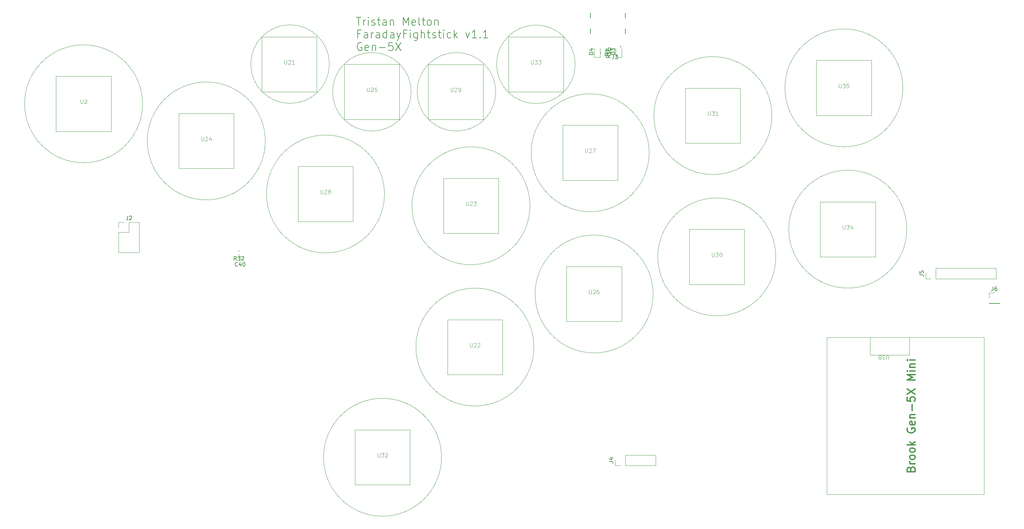
<source format=gbr>
%TF.GenerationSoftware,KiCad,Pcbnew,8.0.8*%
%TF.CreationDate,2025-04-29T22:55:39-07:00*%
%TF.ProjectId,MainBoard_BrooksGen5XMini,4d61696e-426f-4617-9264-5f42726f6f6b,rev?*%
%TF.SameCoordinates,Original*%
%TF.FileFunction,Legend,Top*%
%TF.FilePolarity,Positive*%
%FSLAX46Y46*%
G04 Gerber Fmt 4.6, Leading zero omitted, Abs format (unit mm)*
G04 Created by KiCad (PCBNEW 8.0.8) date 2025-04-29 22:55:39*
%MOMM*%
%LPD*%
G01*
G04 APERTURE LIST*
%ADD10C,0.100000*%
%ADD11C,0.200000*%
%ADD12C,0.300000*%
%ADD13C,0.150000*%
%ADD14C,0.120000*%
G04 APERTURE END LIST*
D10*
X166700000Y-30000000D02*
G75*
G02*
X146700000Y-30000000I-10000000J0D01*
G01*
X146700000Y-30000000D02*
G75*
G02*
X166700000Y-30000000I10000000J0D01*
G01*
X132700000Y-130000000D02*
G75*
G02*
X102700000Y-130000000I-15000000J0D01*
G01*
X102700000Y-130000000D02*
G75*
G02*
X132700000Y-130000000I15000000J0D01*
G01*
X216700000Y-43050002D02*
G75*
G02*
X186700000Y-43050002I-15000000J0D01*
G01*
X186700000Y-43050002D02*
G75*
G02*
X216700000Y-43050002I15000000J0D01*
G01*
X56700000Y-40050002D02*
G75*
G02*
X26700000Y-40050002I-15000000J0D01*
G01*
X26700000Y-40050002D02*
G75*
G02*
X56700000Y-40050002I15000000J0D01*
G01*
X125000000Y-37000000D02*
G75*
G02*
X105000000Y-37000000I-10000000J0D01*
G01*
X105000000Y-37000000D02*
G75*
G02*
X125000000Y-37000000I10000000J0D01*
G01*
X118200000Y-63000000D02*
G75*
G02*
X88200000Y-63000000I-15000000J0D01*
G01*
X88200000Y-63000000D02*
G75*
G02*
X118200000Y-63000000I15000000J0D01*
G01*
X217700000Y-79000000D02*
G75*
G02*
X187700000Y-79000000I-15000000J0D01*
G01*
X187700000Y-79000000D02*
G75*
G02*
X217700000Y-79000000I15000000J0D01*
G01*
X156200000Y-101949998D02*
G75*
G02*
X126200000Y-101949998I-15000000J0D01*
G01*
X126200000Y-101949998D02*
G75*
G02*
X156200000Y-101949998I15000000J0D01*
G01*
X186500000Y-88450001D02*
G75*
G02*
X156500000Y-88450001I-15000000J0D01*
G01*
X156500000Y-88450001D02*
G75*
G02*
X186500000Y-88450001I15000000J0D01*
G01*
X185500000Y-52500003D02*
G75*
G02*
X155500000Y-52500003I-15000000J0D01*
G01*
X155500000Y-52500003D02*
G75*
G02*
X185500000Y-52500003I15000000J0D01*
G01*
X250000000Y-36000003D02*
G75*
G02*
X220000000Y-36000003I-15000000J0D01*
G01*
X220000000Y-36000003D02*
G75*
G02*
X250000000Y-36000003I15000000J0D01*
G01*
X146500000Y-37000000D02*
G75*
G02*
X126500000Y-37000000I-10000000J0D01*
G01*
X126500000Y-37000000D02*
G75*
G02*
X146500000Y-37000000I10000000J0D01*
G01*
X104200000Y-29949998D02*
G75*
G02*
X84200000Y-29949998I-10000000J0D01*
G01*
X84200000Y-29949998D02*
G75*
G02*
X104200000Y-29949998I10000000J0D01*
G01*
X87900000Y-49500003D02*
G75*
G02*
X57900000Y-49500003I-15000000J0D01*
G01*
X57900000Y-49500003D02*
G75*
G02*
X87900000Y-49500003I15000000J0D01*
G01*
X155200000Y-66000000D02*
G75*
G02*
X125200000Y-66000000I-15000000J0D01*
G01*
X125200000Y-66000000D02*
G75*
G02*
X155200000Y-66000000I15000000J0D01*
G01*
X251000000Y-71950001D02*
G75*
G02*
X221000000Y-71950001I-15000000J0D01*
G01*
X221000000Y-71950001D02*
G75*
G02*
X251000000Y-71950001I15000000J0D01*
G01*
D11*
X111072054Y-18055062D02*
X112214911Y-18055062D01*
X111643482Y-20055062D02*
X111643482Y-18055062D01*
X112881578Y-20055062D02*
X112881578Y-18721728D01*
X112881578Y-19102681D02*
X112976816Y-18912204D01*
X112976816Y-18912204D02*
X113072054Y-18816966D01*
X113072054Y-18816966D02*
X113262530Y-18721728D01*
X113262530Y-18721728D02*
X113453007Y-18721728D01*
X114119673Y-20055062D02*
X114119673Y-18721728D01*
X114119673Y-18055062D02*
X114024435Y-18150300D01*
X114024435Y-18150300D02*
X114119673Y-18245538D01*
X114119673Y-18245538D02*
X114214911Y-18150300D01*
X114214911Y-18150300D02*
X114119673Y-18055062D01*
X114119673Y-18055062D02*
X114119673Y-18245538D01*
X114976816Y-19959824D02*
X115167292Y-20055062D01*
X115167292Y-20055062D02*
X115548244Y-20055062D01*
X115548244Y-20055062D02*
X115738721Y-19959824D01*
X115738721Y-19959824D02*
X115833959Y-19769347D01*
X115833959Y-19769347D02*
X115833959Y-19674109D01*
X115833959Y-19674109D02*
X115738721Y-19483633D01*
X115738721Y-19483633D02*
X115548244Y-19388395D01*
X115548244Y-19388395D02*
X115262530Y-19388395D01*
X115262530Y-19388395D02*
X115072054Y-19293157D01*
X115072054Y-19293157D02*
X114976816Y-19102681D01*
X114976816Y-19102681D02*
X114976816Y-19007443D01*
X114976816Y-19007443D02*
X115072054Y-18816966D01*
X115072054Y-18816966D02*
X115262530Y-18721728D01*
X115262530Y-18721728D02*
X115548244Y-18721728D01*
X115548244Y-18721728D02*
X115738721Y-18816966D01*
X116405388Y-18721728D02*
X117167292Y-18721728D01*
X116691102Y-18055062D02*
X116691102Y-19769347D01*
X116691102Y-19769347D02*
X116786340Y-19959824D01*
X116786340Y-19959824D02*
X116976816Y-20055062D01*
X116976816Y-20055062D02*
X117167292Y-20055062D01*
X118691102Y-20055062D02*
X118691102Y-19007443D01*
X118691102Y-19007443D02*
X118595864Y-18816966D01*
X118595864Y-18816966D02*
X118405388Y-18721728D01*
X118405388Y-18721728D02*
X118024435Y-18721728D01*
X118024435Y-18721728D02*
X117833959Y-18816966D01*
X118691102Y-19959824D02*
X118500626Y-20055062D01*
X118500626Y-20055062D02*
X118024435Y-20055062D01*
X118024435Y-20055062D02*
X117833959Y-19959824D01*
X117833959Y-19959824D02*
X117738721Y-19769347D01*
X117738721Y-19769347D02*
X117738721Y-19578871D01*
X117738721Y-19578871D02*
X117833959Y-19388395D01*
X117833959Y-19388395D02*
X118024435Y-19293157D01*
X118024435Y-19293157D02*
X118500626Y-19293157D01*
X118500626Y-19293157D02*
X118691102Y-19197919D01*
X119643483Y-18721728D02*
X119643483Y-20055062D01*
X119643483Y-18912204D02*
X119738721Y-18816966D01*
X119738721Y-18816966D02*
X119929197Y-18721728D01*
X119929197Y-18721728D02*
X120214912Y-18721728D01*
X120214912Y-18721728D02*
X120405388Y-18816966D01*
X120405388Y-18816966D02*
X120500626Y-19007443D01*
X120500626Y-19007443D02*
X120500626Y-20055062D01*
X122976817Y-20055062D02*
X122976817Y-18055062D01*
X122976817Y-18055062D02*
X123643484Y-19483633D01*
X123643484Y-19483633D02*
X124310150Y-18055062D01*
X124310150Y-18055062D02*
X124310150Y-20055062D01*
X126024436Y-19959824D02*
X125833960Y-20055062D01*
X125833960Y-20055062D02*
X125453007Y-20055062D01*
X125453007Y-20055062D02*
X125262531Y-19959824D01*
X125262531Y-19959824D02*
X125167293Y-19769347D01*
X125167293Y-19769347D02*
X125167293Y-19007443D01*
X125167293Y-19007443D02*
X125262531Y-18816966D01*
X125262531Y-18816966D02*
X125453007Y-18721728D01*
X125453007Y-18721728D02*
X125833960Y-18721728D01*
X125833960Y-18721728D02*
X126024436Y-18816966D01*
X126024436Y-18816966D02*
X126119674Y-19007443D01*
X126119674Y-19007443D02*
X126119674Y-19197919D01*
X126119674Y-19197919D02*
X125167293Y-19388395D01*
X127262531Y-20055062D02*
X127072055Y-19959824D01*
X127072055Y-19959824D02*
X126976817Y-19769347D01*
X126976817Y-19769347D02*
X126976817Y-18055062D01*
X127738722Y-18721728D02*
X128500626Y-18721728D01*
X128024436Y-18055062D02*
X128024436Y-19769347D01*
X128024436Y-19769347D02*
X128119674Y-19959824D01*
X128119674Y-19959824D02*
X128310150Y-20055062D01*
X128310150Y-20055062D02*
X128500626Y-20055062D01*
X129453007Y-20055062D02*
X129262531Y-19959824D01*
X129262531Y-19959824D02*
X129167293Y-19864585D01*
X129167293Y-19864585D02*
X129072055Y-19674109D01*
X129072055Y-19674109D02*
X129072055Y-19102681D01*
X129072055Y-19102681D02*
X129167293Y-18912204D01*
X129167293Y-18912204D02*
X129262531Y-18816966D01*
X129262531Y-18816966D02*
X129453007Y-18721728D01*
X129453007Y-18721728D02*
X129738722Y-18721728D01*
X129738722Y-18721728D02*
X129929198Y-18816966D01*
X129929198Y-18816966D02*
X130024436Y-18912204D01*
X130024436Y-18912204D02*
X130119674Y-19102681D01*
X130119674Y-19102681D02*
X130119674Y-19674109D01*
X130119674Y-19674109D02*
X130024436Y-19864585D01*
X130024436Y-19864585D02*
X129929198Y-19959824D01*
X129929198Y-19959824D02*
X129738722Y-20055062D01*
X129738722Y-20055062D02*
X129453007Y-20055062D01*
X130976817Y-18721728D02*
X130976817Y-20055062D01*
X130976817Y-18912204D02*
X131072055Y-18816966D01*
X131072055Y-18816966D02*
X131262531Y-18721728D01*
X131262531Y-18721728D02*
X131548246Y-18721728D01*
X131548246Y-18721728D02*
X131738722Y-18816966D01*
X131738722Y-18816966D02*
X131833960Y-19007443D01*
X131833960Y-19007443D02*
X131833960Y-20055062D01*
X112024435Y-22227331D02*
X111357768Y-22227331D01*
X111357768Y-23274950D02*
X111357768Y-21274950D01*
X111357768Y-21274950D02*
X112310149Y-21274950D01*
X113929197Y-23274950D02*
X113929197Y-22227331D01*
X113929197Y-22227331D02*
X113833959Y-22036854D01*
X113833959Y-22036854D02*
X113643483Y-21941616D01*
X113643483Y-21941616D02*
X113262530Y-21941616D01*
X113262530Y-21941616D02*
X113072054Y-22036854D01*
X113929197Y-23179712D02*
X113738721Y-23274950D01*
X113738721Y-23274950D02*
X113262530Y-23274950D01*
X113262530Y-23274950D02*
X113072054Y-23179712D01*
X113072054Y-23179712D02*
X112976816Y-22989235D01*
X112976816Y-22989235D02*
X112976816Y-22798759D01*
X112976816Y-22798759D02*
X113072054Y-22608283D01*
X113072054Y-22608283D02*
X113262530Y-22513045D01*
X113262530Y-22513045D02*
X113738721Y-22513045D01*
X113738721Y-22513045D02*
X113929197Y-22417807D01*
X114881578Y-23274950D02*
X114881578Y-21941616D01*
X114881578Y-22322569D02*
X114976816Y-22132092D01*
X114976816Y-22132092D02*
X115072054Y-22036854D01*
X115072054Y-22036854D02*
X115262530Y-21941616D01*
X115262530Y-21941616D02*
X115453007Y-21941616D01*
X116976816Y-23274950D02*
X116976816Y-22227331D01*
X116976816Y-22227331D02*
X116881578Y-22036854D01*
X116881578Y-22036854D02*
X116691102Y-21941616D01*
X116691102Y-21941616D02*
X116310149Y-21941616D01*
X116310149Y-21941616D02*
X116119673Y-22036854D01*
X116976816Y-23179712D02*
X116786340Y-23274950D01*
X116786340Y-23274950D02*
X116310149Y-23274950D01*
X116310149Y-23274950D02*
X116119673Y-23179712D01*
X116119673Y-23179712D02*
X116024435Y-22989235D01*
X116024435Y-22989235D02*
X116024435Y-22798759D01*
X116024435Y-22798759D02*
X116119673Y-22608283D01*
X116119673Y-22608283D02*
X116310149Y-22513045D01*
X116310149Y-22513045D02*
X116786340Y-22513045D01*
X116786340Y-22513045D02*
X116976816Y-22417807D01*
X118786340Y-23274950D02*
X118786340Y-21274950D01*
X118786340Y-23179712D02*
X118595864Y-23274950D01*
X118595864Y-23274950D02*
X118214911Y-23274950D01*
X118214911Y-23274950D02*
X118024435Y-23179712D01*
X118024435Y-23179712D02*
X117929197Y-23084473D01*
X117929197Y-23084473D02*
X117833959Y-22893997D01*
X117833959Y-22893997D02*
X117833959Y-22322569D01*
X117833959Y-22322569D02*
X117929197Y-22132092D01*
X117929197Y-22132092D02*
X118024435Y-22036854D01*
X118024435Y-22036854D02*
X118214911Y-21941616D01*
X118214911Y-21941616D02*
X118595864Y-21941616D01*
X118595864Y-21941616D02*
X118786340Y-22036854D01*
X120595864Y-23274950D02*
X120595864Y-22227331D01*
X120595864Y-22227331D02*
X120500626Y-22036854D01*
X120500626Y-22036854D02*
X120310150Y-21941616D01*
X120310150Y-21941616D02*
X119929197Y-21941616D01*
X119929197Y-21941616D02*
X119738721Y-22036854D01*
X120595864Y-23179712D02*
X120405388Y-23274950D01*
X120405388Y-23274950D02*
X119929197Y-23274950D01*
X119929197Y-23274950D02*
X119738721Y-23179712D01*
X119738721Y-23179712D02*
X119643483Y-22989235D01*
X119643483Y-22989235D02*
X119643483Y-22798759D01*
X119643483Y-22798759D02*
X119738721Y-22608283D01*
X119738721Y-22608283D02*
X119929197Y-22513045D01*
X119929197Y-22513045D02*
X120405388Y-22513045D01*
X120405388Y-22513045D02*
X120595864Y-22417807D01*
X121357769Y-21941616D02*
X121833959Y-23274950D01*
X122310150Y-21941616D02*
X121833959Y-23274950D01*
X121833959Y-23274950D02*
X121643483Y-23751140D01*
X121643483Y-23751140D02*
X121548245Y-23846378D01*
X121548245Y-23846378D02*
X121357769Y-23941616D01*
X123738722Y-22227331D02*
X123072055Y-22227331D01*
X123072055Y-23274950D02*
X123072055Y-21274950D01*
X123072055Y-21274950D02*
X124024436Y-21274950D01*
X124786341Y-23274950D02*
X124786341Y-21941616D01*
X124786341Y-21274950D02*
X124691103Y-21370188D01*
X124691103Y-21370188D02*
X124786341Y-21465426D01*
X124786341Y-21465426D02*
X124881579Y-21370188D01*
X124881579Y-21370188D02*
X124786341Y-21274950D01*
X124786341Y-21274950D02*
X124786341Y-21465426D01*
X126595865Y-21941616D02*
X126595865Y-23560664D01*
X126595865Y-23560664D02*
X126500627Y-23751140D01*
X126500627Y-23751140D02*
X126405389Y-23846378D01*
X126405389Y-23846378D02*
X126214912Y-23941616D01*
X126214912Y-23941616D02*
X125929198Y-23941616D01*
X125929198Y-23941616D02*
X125738722Y-23846378D01*
X126595865Y-23179712D02*
X126405389Y-23274950D01*
X126405389Y-23274950D02*
X126024436Y-23274950D01*
X126024436Y-23274950D02*
X125833960Y-23179712D01*
X125833960Y-23179712D02*
X125738722Y-23084473D01*
X125738722Y-23084473D02*
X125643484Y-22893997D01*
X125643484Y-22893997D02*
X125643484Y-22322569D01*
X125643484Y-22322569D02*
X125738722Y-22132092D01*
X125738722Y-22132092D02*
X125833960Y-22036854D01*
X125833960Y-22036854D02*
X126024436Y-21941616D01*
X126024436Y-21941616D02*
X126405389Y-21941616D01*
X126405389Y-21941616D02*
X126595865Y-22036854D01*
X127548246Y-23274950D02*
X127548246Y-21274950D01*
X128405389Y-23274950D02*
X128405389Y-22227331D01*
X128405389Y-22227331D02*
X128310151Y-22036854D01*
X128310151Y-22036854D02*
X128119675Y-21941616D01*
X128119675Y-21941616D02*
X127833960Y-21941616D01*
X127833960Y-21941616D02*
X127643484Y-22036854D01*
X127643484Y-22036854D02*
X127548246Y-22132092D01*
X129072056Y-21941616D02*
X129833960Y-21941616D01*
X129357770Y-21274950D02*
X129357770Y-22989235D01*
X129357770Y-22989235D02*
X129453008Y-23179712D01*
X129453008Y-23179712D02*
X129643484Y-23274950D01*
X129643484Y-23274950D02*
X129833960Y-23274950D01*
X130405389Y-23179712D02*
X130595865Y-23274950D01*
X130595865Y-23274950D02*
X130976817Y-23274950D01*
X130976817Y-23274950D02*
X131167294Y-23179712D01*
X131167294Y-23179712D02*
X131262532Y-22989235D01*
X131262532Y-22989235D02*
X131262532Y-22893997D01*
X131262532Y-22893997D02*
X131167294Y-22703521D01*
X131167294Y-22703521D02*
X130976817Y-22608283D01*
X130976817Y-22608283D02*
X130691103Y-22608283D01*
X130691103Y-22608283D02*
X130500627Y-22513045D01*
X130500627Y-22513045D02*
X130405389Y-22322569D01*
X130405389Y-22322569D02*
X130405389Y-22227331D01*
X130405389Y-22227331D02*
X130500627Y-22036854D01*
X130500627Y-22036854D02*
X130691103Y-21941616D01*
X130691103Y-21941616D02*
X130976817Y-21941616D01*
X130976817Y-21941616D02*
X131167294Y-22036854D01*
X131833961Y-21941616D02*
X132595865Y-21941616D01*
X132119675Y-21274950D02*
X132119675Y-22989235D01*
X132119675Y-22989235D02*
X132214913Y-23179712D01*
X132214913Y-23179712D02*
X132405389Y-23274950D01*
X132405389Y-23274950D02*
X132595865Y-23274950D01*
X133262532Y-23274950D02*
X133262532Y-21941616D01*
X133262532Y-21274950D02*
X133167294Y-21370188D01*
X133167294Y-21370188D02*
X133262532Y-21465426D01*
X133262532Y-21465426D02*
X133357770Y-21370188D01*
X133357770Y-21370188D02*
X133262532Y-21274950D01*
X133262532Y-21274950D02*
X133262532Y-21465426D01*
X135072056Y-23179712D02*
X134881580Y-23274950D01*
X134881580Y-23274950D02*
X134500627Y-23274950D01*
X134500627Y-23274950D02*
X134310151Y-23179712D01*
X134310151Y-23179712D02*
X134214913Y-23084473D01*
X134214913Y-23084473D02*
X134119675Y-22893997D01*
X134119675Y-22893997D02*
X134119675Y-22322569D01*
X134119675Y-22322569D02*
X134214913Y-22132092D01*
X134214913Y-22132092D02*
X134310151Y-22036854D01*
X134310151Y-22036854D02*
X134500627Y-21941616D01*
X134500627Y-21941616D02*
X134881580Y-21941616D01*
X134881580Y-21941616D02*
X135072056Y-22036854D01*
X135929199Y-23274950D02*
X135929199Y-21274950D01*
X136119675Y-22513045D02*
X136691104Y-23274950D01*
X136691104Y-21941616D02*
X135929199Y-22703521D01*
X138881581Y-21941616D02*
X139357771Y-23274950D01*
X139357771Y-23274950D02*
X139833962Y-21941616D01*
X141643486Y-23274950D02*
X140500629Y-23274950D01*
X141072057Y-23274950D02*
X141072057Y-21274950D01*
X141072057Y-21274950D02*
X140881581Y-21560664D01*
X140881581Y-21560664D02*
X140691105Y-21751140D01*
X140691105Y-21751140D02*
X140500629Y-21846378D01*
X142500629Y-23084473D02*
X142595867Y-23179712D01*
X142595867Y-23179712D02*
X142500629Y-23274950D01*
X142500629Y-23274950D02*
X142405391Y-23179712D01*
X142405391Y-23179712D02*
X142500629Y-23084473D01*
X142500629Y-23084473D02*
X142500629Y-23274950D01*
X144500629Y-23274950D02*
X143357772Y-23274950D01*
X143929200Y-23274950D02*
X143929200Y-21274950D01*
X143929200Y-21274950D02*
X143738724Y-21560664D01*
X143738724Y-21560664D02*
X143548248Y-21751140D01*
X143548248Y-21751140D02*
X143357772Y-21846378D01*
X112405387Y-24590076D02*
X112214911Y-24494838D01*
X112214911Y-24494838D02*
X111929197Y-24494838D01*
X111929197Y-24494838D02*
X111643482Y-24590076D01*
X111643482Y-24590076D02*
X111453006Y-24780552D01*
X111453006Y-24780552D02*
X111357768Y-24971028D01*
X111357768Y-24971028D02*
X111262530Y-25351980D01*
X111262530Y-25351980D02*
X111262530Y-25637695D01*
X111262530Y-25637695D02*
X111357768Y-26018647D01*
X111357768Y-26018647D02*
X111453006Y-26209123D01*
X111453006Y-26209123D02*
X111643482Y-26399600D01*
X111643482Y-26399600D02*
X111929197Y-26494838D01*
X111929197Y-26494838D02*
X112119673Y-26494838D01*
X112119673Y-26494838D02*
X112405387Y-26399600D01*
X112405387Y-26399600D02*
X112500625Y-26304361D01*
X112500625Y-26304361D02*
X112500625Y-25637695D01*
X112500625Y-25637695D02*
X112119673Y-25637695D01*
X114119673Y-26399600D02*
X113929197Y-26494838D01*
X113929197Y-26494838D02*
X113548244Y-26494838D01*
X113548244Y-26494838D02*
X113357768Y-26399600D01*
X113357768Y-26399600D02*
X113262530Y-26209123D01*
X113262530Y-26209123D02*
X113262530Y-25447219D01*
X113262530Y-25447219D02*
X113357768Y-25256742D01*
X113357768Y-25256742D02*
X113548244Y-25161504D01*
X113548244Y-25161504D02*
X113929197Y-25161504D01*
X113929197Y-25161504D02*
X114119673Y-25256742D01*
X114119673Y-25256742D02*
X114214911Y-25447219D01*
X114214911Y-25447219D02*
X114214911Y-25637695D01*
X114214911Y-25637695D02*
X113262530Y-25828171D01*
X115072054Y-25161504D02*
X115072054Y-26494838D01*
X115072054Y-25351980D02*
X115167292Y-25256742D01*
X115167292Y-25256742D02*
X115357768Y-25161504D01*
X115357768Y-25161504D02*
X115643483Y-25161504D01*
X115643483Y-25161504D02*
X115833959Y-25256742D01*
X115833959Y-25256742D02*
X115929197Y-25447219D01*
X115929197Y-25447219D02*
X115929197Y-26494838D01*
X116881578Y-25732933D02*
X118405388Y-25732933D01*
X120310149Y-24494838D02*
X119357768Y-24494838D01*
X119357768Y-24494838D02*
X119262530Y-25447219D01*
X119262530Y-25447219D02*
X119357768Y-25351980D01*
X119357768Y-25351980D02*
X119548244Y-25256742D01*
X119548244Y-25256742D02*
X120024435Y-25256742D01*
X120024435Y-25256742D02*
X120214911Y-25351980D01*
X120214911Y-25351980D02*
X120310149Y-25447219D01*
X120310149Y-25447219D02*
X120405387Y-25637695D01*
X120405387Y-25637695D02*
X120405387Y-26113885D01*
X120405387Y-26113885D02*
X120310149Y-26304361D01*
X120310149Y-26304361D02*
X120214911Y-26399600D01*
X120214911Y-26399600D02*
X120024435Y-26494838D01*
X120024435Y-26494838D02*
X119548244Y-26494838D01*
X119548244Y-26494838D02*
X119357768Y-26399600D01*
X119357768Y-26399600D02*
X119262530Y-26304361D01*
X121072054Y-24494838D02*
X122405387Y-26494838D01*
X122405387Y-24494838D02*
X121072054Y-26494838D01*
D12*
X252037019Y-132998809D02*
X252132257Y-132713095D01*
X252132257Y-132713095D02*
X252227495Y-132617857D01*
X252227495Y-132617857D02*
X252417971Y-132522619D01*
X252417971Y-132522619D02*
X252703685Y-132522619D01*
X252703685Y-132522619D02*
X252894161Y-132617857D01*
X252894161Y-132617857D02*
X252989400Y-132713095D01*
X252989400Y-132713095D02*
X253084638Y-132903571D01*
X253084638Y-132903571D02*
X253084638Y-133665476D01*
X253084638Y-133665476D02*
X251084638Y-133665476D01*
X251084638Y-133665476D02*
X251084638Y-132998809D01*
X251084638Y-132998809D02*
X251179876Y-132808333D01*
X251179876Y-132808333D02*
X251275114Y-132713095D01*
X251275114Y-132713095D02*
X251465590Y-132617857D01*
X251465590Y-132617857D02*
X251656066Y-132617857D01*
X251656066Y-132617857D02*
X251846542Y-132713095D01*
X251846542Y-132713095D02*
X251941780Y-132808333D01*
X251941780Y-132808333D02*
X252037019Y-132998809D01*
X252037019Y-132998809D02*
X252037019Y-133665476D01*
X253084638Y-131665476D02*
X251751304Y-131665476D01*
X252132257Y-131665476D02*
X251941780Y-131570238D01*
X251941780Y-131570238D02*
X251846542Y-131475000D01*
X251846542Y-131475000D02*
X251751304Y-131284524D01*
X251751304Y-131284524D02*
X251751304Y-131094047D01*
X253084638Y-130141667D02*
X252989400Y-130332143D01*
X252989400Y-130332143D02*
X252894161Y-130427381D01*
X252894161Y-130427381D02*
X252703685Y-130522619D01*
X252703685Y-130522619D02*
X252132257Y-130522619D01*
X252132257Y-130522619D02*
X251941780Y-130427381D01*
X251941780Y-130427381D02*
X251846542Y-130332143D01*
X251846542Y-130332143D02*
X251751304Y-130141667D01*
X251751304Y-130141667D02*
X251751304Y-129855952D01*
X251751304Y-129855952D02*
X251846542Y-129665476D01*
X251846542Y-129665476D02*
X251941780Y-129570238D01*
X251941780Y-129570238D02*
X252132257Y-129475000D01*
X252132257Y-129475000D02*
X252703685Y-129475000D01*
X252703685Y-129475000D02*
X252894161Y-129570238D01*
X252894161Y-129570238D02*
X252989400Y-129665476D01*
X252989400Y-129665476D02*
X253084638Y-129855952D01*
X253084638Y-129855952D02*
X253084638Y-130141667D01*
X253084638Y-128332143D02*
X252989400Y-128522619D01*
X252989400Y-128522619D02*
X252894161Y-128617857D01*
X252894161Y-128617857D02*
X252703685Y-128713095D01*
X252703685Y-128713095D02*
X252132257Y-128713095D01*
X252132257Y-128713095D02*
X251941780Y-128617857D01*
X251941780Y-128617857D02*
X251846542Y-128522619D01*
X251846542Y-128522619D02*
X251751304Y-128332143D01*
X251751304Y-128332143D02*
X251751304Y-128046428D01*
X251751304Y-128046428D02*
X251846542Y-127855952D01*
X251846542Y-127855952D02*
X251941780Y-127760714D01*
X251941780Y-127760714D02*
X252132257Y-127665476D01*
X252132257Y-127665476D02*
X252703685Y-127665476D01*
X252703685Y-127665476D02*
X252894161Y-127760714D01*
X252894161Y-127760714D02*
X252989400Y-127855952D01*
X252989400Y-127855952D02*
X253084638Y-128046428D01*
X253084638Y-128046428D02*
X253084638Y-128332143D01*
X253084638Y-126808333D02*
X251084638Y-126808333D01*
X252322733Y-126617857D02*
X253084638Y-126046428D01*
X251751304Y-126046428D02*
X252513209Y-126808333D01*
X251179876Y-122617856D02*
X251084638Y-122808332D01*
X251084638Y-122808332D02*
X251084638Y-123094046D01*
X251084638Y-123094046D02*
X251179876Y-123379761D01*
X251179876Y-123379761D02*
X251370352Y-123570237D01*
X251370352Y-123570237D02*
X251560828Y-123665475D01*
X251560828Y-123665475D02*
X251941780Y-123760713D01*
X251941780Y-123760713D02*
X252227495Y-123760713D01*
X252227495Y-123760713D02*
X252608447Y-123665475D01*
X252608447Y-123665475D02*
X252798923Y-123570237D01*
X252798923Y-123570237D02*
X252989400Y-123379761D01*
X252989400Y-123379761D02*
X253084638Y-123094046D01*
X253084638Y-123094046D02*
X253084638Y-122903570D01*
X253084638Y-122903570D02*
X252989400Y-122617856D01*
X252989400Y-122617856D02*
X252894161Y-122522618D01*
X252894161Y-122522618D02*
X252227495Y-122522618D01*
X252227495Y-122522618D02*
X252227495Y-122903570D01*
X252989400Y-120903570D02*
X253084638Y-121094046D01*
X253084638Y-121094046D02*
X253084638Y-121474999D01*
X253084638Y-121474999D02*
X252989400Y-121665475D01*
X252989400Y-121665475D02*
X252798923Y-121760713D01*
X252798923Y-121760713D02*
X252037019Y-121760713D01*
X252037019Y-121760713D02*
X251846542Y-121665475D01*
X251846542Y-121665475D02*
X251751304Y-121474999D01*
X251751304Y-121474999D02*
X251751304Y-121094046D01*
X251751304Y-121094046D02*
X251846542Y-120903570D01*
X251846542Y-120903570D02*
X252037019Y-120808332D01*
X252037019Y-120808332D02*
X252227495Y-120808332D01*
X252227495Y-120808332D02*
X252417971Y-121760713D01*
X251751304Y-119951189D02*
X253084638Y-119951189D01*
X251941780Y-119951189D02*
X251846542Y-119855951D01*
X251846542Y-119855951D02*
X251751304Y-119665475D01*
X251751304Y-119665475D02*
X251751304Y-119379760D01*
X251751304Y-119379760D02*
X251846542Y-119189284D01*
X251846542Y-119189284D02*
X252037019Y-119094046D01*
X252037019Y-119094046D02*
X253084638Y-119094046D01*
X252322733Y-118141665D02*
X252322733Y-116617856D01*
X251084638Y-114713094D02*
X251084638Y-115665475D01*
X251084638Y-115665475D02*
X252037019Y-115760713D01*
X252037019Y-115760713D02*
X251941780Y-115665475D01*
X251941780Y-115665475D02*
X251846542Y-115474999D01*
X251846542Y-115474999D02*
X251846542Y-114998808D01*
X251846542Y-114998808D02*
X251941780Y-114808332D01*
X251941780Y-114808332D02*
X252037019Y-114713094D01*
X252037019Y-114713094D02*
X252227495Y-114617856D01*
X252227495Y-114617856D02*
X252703685Y-114617856D01*
X252703685Y-114617856D02*
X252894161Y-114713094D01*
X252894161Y-114713094D02*
X252989400Y-114808332D01*
X252989400Y-114808332D02*
X253084638Y-114998808D01*
X253084638Y-114998808D02*
X253084638Y-115474999D01*
X253084638Y-115474999D02*
X252989400Y-115665475D01*
X252989400Y-115665475D02*
X252894161Y-115760713D01*
X251084638Y-113951189D02*
X253084638Y-112617856D01*
X251084638Y-112617856D02*
X253084638Y-113951189D01*
X253084638Y-110332141D02*
X251084638Y-110332141D01*
X251084638Y-110332141D02*
X252513209Y-109665474D01*
X252513209Y-109665474D02*
X251084638Y-108998808D01*
X251084638Y-108998808D02*
X253084638Y-108998808D01*
X253084638Y-108046427D02*
X251751304Y-108046427D01*
X251084638Y-108046427D02*
X251179876Y-108141665D01*
X251179876Y-108141665D02*
X251275114Y-108046427D01*
X251275114Y-108046427D02*
X251179876Y-107951189D01*
X251179876Y-107951189D02*
X251084638Y-108046427D01*
X251084638Y-108046427D02*
X251275114Y-108046427D01*
X251751304Y-107094046D02*
X253084638Y-107094046D01*
X251941780Y-107094046D02*
X251846542Y-106998808D01*
X251846542Y-106998808D02*
X251751304Y-106808332D01*
X251751304Y-106808332D02*
X251751304Y-106522617D01*
X251751304Y-106522617D02*
X251846542Y-106332141D01*
X251846542Y-106332141D02*
X252037019Y-106236903D01*
X252037019Y-106236903D02*
X253084638Y-106236903D01*
X253084638Y-105284522D02*
X251751304Y-105284522D01*
X251084638Y-105284522D02*
X251179876Y-105379760D01*
X251179876Y-105379760D02*
X251275114Y-105284522D01*
X251275114Y-105284522D02*
X251179876Y-105189284D01*
X251179876Y-105189284D02*
X251084638Y-105284522D01*
X251084638Y-105284522D02*
X251275114Y-105284522D01*
D10*
X246371115Y-105102580D02*
X246371115Y-104293057D01*
X246371115Y-104293057D02*
X246323496Y-104197819D01*
X246323496Y-104197819D02*
X246275877Y-104150200D01*
X246275877Y-104150200D02*
X246180639Y-104102580D01*
X246180639Y-104102580D02*
X245990163Y-104102580D01*
X245990163Y-104102580D02*
X245894925Y-104150200D01*
X245894925Y-104150200D02*
X245847306Y-104197819D01*
X245847306Y-104197819D02*
X245799687Y-104293057D01*
X245799687Y-104293057D02*
X245799687Y-105102580D01*
X245371115Y-104150200D02*
X245228258Y-104102580D01*
X245228258Y-104102580D02*
X244990163Y-104102580D01*
X244990163Y-104102580D02*
X244894925Y-104150200D01*
X244894925Y-104150200D02*
X244847306Y-104197819D01*
X244847306Y-104197819D02*
X244799687Y-104293057D01*
X244799687Y-104293057D02*
X244799687Y-104388295D01*
X244799687Y-104388295D02*
X244847306Y-104483533D01*
X244847306Y-104483533D02*
X244894925Y-104531152D01*
X244894925Y-104531152D02*
X244990163Y-104578771D01*
X244990163Y-104578771D02*
X245180639Y-104626390D01*
X245180639Y-104626390D02*
X245275877Y-104674009D01*
X245275877Y-104674009D02*
X245323496Y-104721628D01*
X245323496Y-104721628D02*
X245371115Y-104816866D01*
X245371115Y-104816866D02*
X245371115Y-104912104D01*
X245371115Y-104912104D02*
X245323496Y-105007342D01*
X245323496Y-105007342D02*
X245275877Y-105054961D01*
X245275877Y-105054961D02*
X245180639Y-105102580D01*
X245180639Y-105102580D02*
X244942544Y-105102580D01*
X244942544Y-105102580D02*
X244799687Y-105054961D01*
X244037782Y-104626390D02*
X243894925Y-104578771D01*
X243894925Y-104578771D02*
X243847306Y-104531152D01*
X243847306Y-104531152D02*
X243799687Y-104435914D01*
X243799687Y-104435914D02*
X243799687Y-104293057D01*
X243799687Y-104293057D02*
X243847306Y-104197819D01*
X243847306Y-104197819D02*
X243894925Y-104150200D01*
X243894925Y-104150200D02*
X243990163Y-104102580D01*
X243990163Y-104102580D02*
X244371115Y-104102580D01*
X244371115Y-104102580D02*
X244371115Y-105102580D01*
X244371115Y-105102580D02*
X244037782Y-105102580D01*
X244037782Y-105102580D02*
X243942544Y-105054961D01*
X243942544Y-105054961D02*
X243894925Y-105007342D01*
X243894925Y-105007342D02*
X243847306Y-104912104D01*
X243847306Y-104912104D02*
X243847306Y-104816866D01*
X243847306Y-104816866D02*
X243894925Y-104721628D01*
X243894925Y-104721628D02*
X243942544Y-104674009D01*
X243942544Y-104674009D02*
X244037782Y-104626390D01*
X244037782Y-104626390D02*
X244371115Y-104626390D01*
D13*
X272916666Y-86624819D02*
X272916666Y-87339104D01*
X272916666Y-87339104D02*
X272869047Y-87481961D01*
X272869047Y-87481961D02*
X272773809Y-87577200D01*
X272773809Y-87577200D02*
X272630952Y-87624819D01*
X272630952Y-87624819D02*
X272535714Y-87624819D01*
X273821428Y-86624819D02*
X273630952Y-86624819D01*
X273630952Y-86624819D02*
X273535714Y-86672438D01*
X273535714Y-86672438D02*
X273488095Y-86720057D01*
X273488095Y-86720057D02*
X273392857Y-86862914D01*
X273392857Y-86862914D02*
X273345238Y-87053390D01*
X273345238Y-87053390D02*
X273345238Y-87434342D01*
X273345238Y-87434342D02*
X273392857Y-87529580D01*
X273392857Y-87529580D02*
X273440476Y-87577200D01*
X273440476Y-87577200D02*
X273535714Y-87624819D01*
X273535714Y-87624819D02*
X273726190Y-87624819D01*
X273726190Y-87624819D02*
X273821428Y-87577200D01*
X273821428Y-87577200D02*
X273869047Y-87529580D01*
X273869047Y-87529580D02*
X273916666Y-87434342D01*
X273916666Y-87434342D02*
X273916666Y-87196247D01*
X273916666Y-87196247D02*
X273869047Y-87101009D01*
X273869047Y-87101009D02*
X273821428Y-87053390D01*
X273821428Y-87053390D02*
X273726190Y-87005771D01*
X273726190Y-87005771D02*
X273535714Y-87005771D01*
X273535714Y-87005771D02*
X273440476Y-87053390D01*
X273440476Y-87053390D02*
X273392857Y-87101009D01*
X273392857Y-87101009D02*
X273345238Y-87196247D01*
X254249819Y-83583333D02*
X254964104Y-83583333D01*
X254964104Y-83583333D02*
X255106961Y-83630952D01*
X255106961Y-83630952D02*
X255202200Y-83726190D01*
X255202200Y-83726190D02*
X255249819Y-83869047D01*
X255249819Y-83869047D02*
X255249819Y-83964285D01*
X254249819Y-82630952D02*
X254249819Y-83107142D01*
X254249819Y-83107142D02*
X254726009Y-83154761D01*
X254726009Y-83154761D02*
X254678390Y-83107142D01*
X254678390Y-83107142D02*
X254630771Y-83011904D01*
X254630771Y-83011904D02*
X254630771Y-82773809D01*
X254630771Y-82773809D02*
X254678390Y-82678571D01*
X254678390Y-82678571D02*
X254726009Y-82630952D01*
X254726009Y-82630952D02*
X254821247Y-82583333D01*
X254821247Y-82583333D02*
X255059342Y-82583333D01*
X255059342Y-82583333D02*
X255154580Y-82630952D01*
X255154580Y-82630952D02*
X255202200Y-82678571D01*
X255202200Y-82678571D02*
X255249819Y-82773809D01*
X255249819Y-82773809D02*
X255249819Y-83011904D01*
X255249819Y-83011904D02*
X255202200Y-83107142D01*
X255202200Y-83107142D02*
X255154580Y-83154761D01*
X175324819Y-131083333D02*
X176039104Y-131083333D01*
X176039104Y-131083333D02*
X176181961Y-131130952D01*
X176181961Y-131130952D02*
X176277200Y-131226190D01*
X176277200Y-131226190D02*
X176324819Y-131369047D01*
X176324819Y-131369047D02*
X176324819Y-131464285D01*
X175658152Y-130178571D02*
X176324819Y-130178571D01*
X175277200Y-130416666D02*
X175991485Y-130654761D01*
X175991485Y-130654761D02*
X175991485Y-130035714D01*
D10*
X139961905Y-100957419D02*
X139961905Y-101766942D01*
X139961905Y-101766942D02*
X140009524Y-101862180D01*
X140009524Y-101862180D02*
X140057143Y-101909800D01*
X140057143Y-101909800D02*
X140152381Y-101957419D01*
X140152381Y-101957419D02*
X140342857Y-101957419D01*
X140342857Y-101957419D02*
X140438095Y-101909800D01*
X140438095Y-101909800D02*
X140485714Y-101862180D01*
X140485714Y-101862180D02*
X140533333Y-101766942D01*
X140533333Y-101766942D02*
X140533333Y-100957419D01*
X140961905Y-101052657D02*
X141009524Y-101005038D01*
X141009524Y-101005038D02*
X141104762Y-100957419D01*
X141104762Y-100957419D02*
X141342857Y-100957419D01*
X141342857Y-100957419D02*
X141438095Y-101005038D01*
X141438095Y-101005038D02*
X141485714Y-101052657D01*
X141485714Y-101052657D02*
X141533333Y-101147895D01*
X141533333Y-101147895D02*
X141533333Y-101243133D01*
X141533333Y-101243133D02*
X141485714Y-101385990D01*
X141485714Y-101385990D02*
X140914286Y-101957419D01*
X140914286Y-101957419D02*
X141533333Y-101957419D01*
X141914286Y-101052657D02*
X141961905Y-101005038D01*
X141961905Y-101005038D02*
X142057143Y-100957419D01*
X142057143Y-100957419D02*
X142295238Y-100957419D01*
X142295238Y-100957419D02*
X142390476Y-101005038D01*
X142390476Y-101005038D02*
X142438095Y-101052657D01*
X142438095Y-101052657D02*
X142485714Y-101147895D01*
X142485714Y-101147895D02*
X142485714Y-101243133D01*
X142485714Y-101243133D02*
X142438095Y-101385990D01*
X142438095Y-101385990D02*
X141866667Y-101957419D01*
X141866667Y-101957419D02*
X142485714Y-101957419D01*
D13*
X52896666Y-68624819D02*
X52896666Y-69339104D01*
X52896666Y-69339104D02*
X52849047Y-69481961D01*
X52849047Y-69481961D02*
X52753809Y-69577200D01*
X52753809Y-69577200D02*
X52610952Y-69624819D01*
X52610952Y-69624819D02*
X52515714Y-69624819D01*
X53325238Y-68720057D02*
X53372857Y-68672438D01*
X53372857Y-68672438D02*
X53468095Y-68624819D01*
X53468095Y-68624819D02*
X53706190Y-68624819D01*
X53706190Y-68624819D02*
X53801428Y-68672438D01*
X53801428Y-68672438D02*
X53849047Y-68720057D01*
X53849047Y-68720057D02*
X53896666Y-68815295D01*
X53896666Y-68815295D02*
X53896666Y-68910533D01*
X53896666Y-68910533D02*
X53849047Y-69053390D01*
X53849047Y-69053390D02*
X53277619Y-69624819D01*
X53277619Y-69624819D02*
X53896666Y-69624819D01*
D10*
X200461905Y-42007421D02*
X200461905Y-42816944D01*
X200461905Y-42816944D02*
X200509524Y-42912182D01*
X200509524Y-42912182D02*
X200557143Y-42959802D01*
X200557143Y-42959802D02*
X200652381Y-43007421D01*
X200652381Y-43007421D02*
X200842857Y-43007421D01*
X200842857Y-43007421D02*
X200938095Y-42959802D01*
X200938095Y-42959802D02*
X200985714Y-42912182D01*
X200985714Y-42912182D02*
X201033333Y-42816944D01*
X201033333Y-42816944D02*
X201033333Y-42007421D01*
X201414286Y-42007421D02*
X202033333Y-42007421D01*
X202033333Y-42007421D02*
X201700000Y-42388373D01*
X201700000Y-42388373D02*
X201842857Y-42388373D01*
X201842857Y-42388373D02*
X201938095Y-42435992D01*
X201938095Y-42435992D02*
X201985714Y-42483611D01*
X201985714Y-42483611D02*
X202033333Y-42578849D01*
X202033333Y-42578849D02*
X202033333Y-42816944D01*
X202033333Y-42816944D02*
X201985714Y-42912182D01*
X201985714Y-42912182D02*
X201938095Y-42959802D01*
X201938095Y-42959802D02*
X201842857Y-43007421D01*
X201842857Y-43007421D02*
X201557143Y-43007421D01*
X201557143Y-43007421D02*
X201461905Y-42959802D01*
X201461905Y-42959802D02*
X201414286Y-42912182D01*
X202985714Y-43007421D02*
X202414286Y-43007421D01*
X202700000Y-43007421D02*
X202700000Y-42007421D01*
X202700000Y-42007421D02*
X202604762Y-42150278D01*
X202604762Y-42150278D02*
X202509524Y-42245516D01*
X202509524Y-42245516D02*
X202414286Y-42293135D01*
X116461905Y-128957419D02*
X116461905Y-129766942D01*
X116461905Y-129766942D02*
X116509524Y-129862180D01*
X116509524Y-129862180D02*
X116557143Y-129909800D01*
X116557143Y-129909800D02*
X116652381Y-129957419D01*
X116652381Y-129957419D02*
X116842857Y-129957419D01*
X116842857Y-129957419D02*
X116938095Y-129909800D01*
X116938095Y-129909800D02*
X116985714Y-129862180D01*
X116985714Y-129862180D02*
X117033333Y-129766942D01*
X117033333Y-129766942D02*
X117033333Y-128957419D01*
X117414286Y-128957419D02*
X118033333Y-128957419D01*
X118033333Y-128957419D02*
X117700000Y-129338371D01*
X117700000Y-129338371D02*
X117842857Y-129338371D01*
X117842857Y-129338371D02*
X117938095Y-129385990D01*
X117938095Y-129385990D02*
X117985714Y-129433609D01*
X117985714Y-129433609D02*
X118033333Y-129528847D01*
X118033333Y-129528847D02*
X118033333Y-129766942D01*
X118033333Y-129766942D02*
X117985714Y-129862180D01*
X117985714Y-129862180D02*
X117938095Y-129909800D01*
X117938095Y-129909800D02*
X117842857Y-129957419D01*
X117842857Y-129957419D02*
X117557143Y-129957419D01*
X117557143Y-129957419D02*
X117461905Y-129909800D01*
X117461905Y-129909800D02*
X117414286Y-129862180D01*
X118414286Y-129052657D02*
X118461905Y-129005038D01*
X118461905Y-129005038D02*
X118557143Y-128957419D01*
X118557143Y-128957419D02*
X118795238Y-128957419D01*
X118795238Y-128957419D02*
X118890476Y-129005038D01*
X118890476Y-129005038D02*
X118938095Y-129052657D01*
X118938095Y-129052657D02*
X118985714Y-129147895D01*
X118985714Y-129147895D02*
X118985714Y-129243133D01*
X118985714Y-129243133D02*
X118938095Y-129385990D01*
X118938095Y-129385990D02*
X118366667Y-129957419D01*
X118366667Y-129957419D02*
X118985714Y-129957419D01*
X113761905Y-35957419D02*
X113761905Y-36766942D01*
X113761905Y-36766942D02*
X113809524Y-36862180D01*
X113809524Y-36862180D02*
X113857143Y-36909800D01*
X113857143Y-36909800D02*
X113952381Y-36957419D01*
X113952381Y-36957419D02*
X114142857Y-36957419D01*
X114142857Y-36957419D02*
X114238095Y-36909800D01*
X114238095Y-36909800D02*
X114285714Y-36862180D01*
X114285714Y-36862180D02*
X114333333Y-36766942D01*
X114333333Y-36766942D02*
X114333333Y-35957419D01*
X114761905Y-36052657D02*
X114809524Y-36005038D01*
X114809524Y-36005038D02*
X114904762Y-35957419D01*
X114904762Y-35957419D02*
X115142857Y-35957419D01*
X115142857Y-35957419D02*
X115238095Y-36005038D01*
X115238095Y-36005038D02*
X115285714Y-36052657D01*
X115285714Y-36052657D02*
X115333333Y-36147895D01*
X115333333Y-36147895D02*
X115333333Y-36243133D01*
X115333333Y-36243133D02*
X115285714Y-36385990D01*
X115285714Y-36385990D02*
X114714286Y-36957419D01*
X114714286Y-36957419D02*
X115333333Y-36957419D01*
X116238095Y-35957419D02*
X115761905Y-35957419D01*
X115761905Y-35957419D02*
X115714286Y-36433609D01*
X115714286Y-36433609D02*
X115761905Y-36385990D01*
X115761905Y-36385990D02*
X115857143Y-36338371D01*
X115857143Y-36338371D02*
X116095238Y-36338371D01*
X116095238Y-36338371D02*
X116190476Y-36385990D01*
X116190476Y-36385990D02*
X116238095Y-36433609D01*
X116238095Y-36433609D02*
X116285714Y-36528847D01*
X116285714Y-36528847D02*
X116285714Y-36766942D01*
X116285714Y-36766942D02*
X116238095Y-36862180D01*
X116238095Y-36862180D02*
X116190476Y-36909800D01*
X116190476Y-36909800D02*
X116095238Y-36957419D01*
X116095238Y-36957419D02*
X115857143Y-36957419D01*
X115857143Y-36957419D02*
X115761905Y-36909800D01*
X115761905Y-36909800D02*
X115714286Y-36862180D01*
D13*
X171274819Y-27488094D02*
X170274819Y-27488094D01*
X170274819Y-27488094D02*
X170274819Y-27249999D01*
X170274819Y-27249999D02*
X170322438Y-27107142D01*
X170322438Y-27107142D02*
X170417676Y-27011904D01*
X170417676Y-27011904D02*
X170512914Y-26964285D01*
X170512914Y-26964285D02*
X170703390Y-26916666D01*
X170703390Y-26916666D02*
X170846247Y-26916666D01*
X170846247Y-26916666D02*
X171036723Y-26964285D01*
X171036723Y-26964285D02*
X171131961Y-27011904D01*
X171131961Y-27011904D02*
X171227200Y-27107142D01*
X171227200Y-27107142D02*
X171274819Y-27249999D01*
X171274819Y-27249999D02*
X171274819Y-27488094D01*
X170608152Y-26059523D02*
X171274819Y-26059523D01*
X170227200Y-26297618D02*
X170941485Y-26535713D01*
X170941485Y-26535713D02*
X170941485Y-25916666D01*
D10*
X40938095Y-39007421D02*
X40938095Y-39816944D01*
X40938095Y-39816944D02*
X40985714Y-39912182D01*
X40985714Y-39912182D02*
X41033333Y-39959802D01*
X41033333Y-39959802D02*
X41128571Y-40007421D01*
X41128571Y-40007421D02*
X41319047Y-40007421D01*
X41319047Y-40007421D02*
X41414285Y-39959802D01*
X41414285Y-39959802D02*
X41461904Y-39912182D01*
X41461904Y-39912182D02*
X41509523Y-39816944D01*
X41509523Y-39816944D02*
X41509523Y-39007421D01*
X41938095Y-39102659D02*
X41985714Y-39055040D01*
X41985714Y-39055040D02*
X42080952Y-39007421D01*
X42080952Y-39007421D02*
X42319047Y-39007421D01*
X42319047Y-39007421D02*
X42414285Y-39055040D01*
X42414285Y-39055040D02*
X42461904Y-39102659D01*
X42461904Y-39102659D02*
X42509523Y-39197897D01*
X42509523Y-39197897D02*
X42509523Y-39293135D01*
X42509523Y-39293135D02*
X42461904Y-39435992D01*
X42461904Y-39435992D02*
X41890476Y-40007421D01*
X41890476Y-40007421D02*
X42509523Y-40007421D01*
X155461905Y-28957419D02*
X155461905Y-29766942D01*
X155461905Y-29766942D02*
X155509524Y-29862180D01*
X155509524Y-29862180D02*
X155557143Y-29909800D01*
X155557143Y-29909800D02*
X155652381Y-29957419D01*
X155652381Y-29957419D02*
X155842857Y-29957419D01*
X155842857Y-29957419D02*
X155938095Y-29909800D01*
X155938095Y-29909800D02*
X155985714Y-29862180D01*
X155985714Y-29862180D02*
X156033333Y-29766942D01*
X156033333Y-29766942D02*
X156033333Y-28957419D01*
X156414286Y-28957419D02*
X157033333Y-28957419D01*
X157033333Y-28957419D02*
X156700000Y-29338371D01*
X156700000Y-29338371D02*
X156842857Y-29338371D01*
X156842857Y-29338371D02*
X156938095Y-29385990D01*
X156938095Y-29385990D02*
X156985714Y-29433609D01*
X156985714Y-29433609D02*
X157033333Y-29528847D01*
X157033333Y-29528847D02*
X157033333Y-29766942D01*
X157033333Y-29766942D02*
X156985714Y-29862180D01*
X156985714Y-29862180D02*
X156938095Y-29909800D01*
X156938095Y-29909800D02*
X156842857Y-29957419D01*
X156842857Y-29957419D02*
X156557143Y-29957419D01*
X156557143Y-29957419D02*
X156461905Y-29909800D01*
X156461905Y-29909800D02*
X156414286Y-29862180D01*
X157366667Y-28957419D02*
X157985714Y-28957419D01*
X157985714Y-28957419D02*
X157652381Y-29338371D01*
X157652381Y-29338371D02*
X157795238Y-29338371D01*
X157795238Y-29338371D02*
X157890476Y-29385990D01*
X157890476Y-29385990D02*
X157938095Y-29433609D01*
X157938095Y-29433609D02*
X157985714Y-29528847D01*
X157985714Y-29528847D02*
X157985714Y-29766942D01*
X157985714Y-29766942D02*
X157938095Y-29862180D01*
X157938095Y-29862180D02*
X157890476Y-29909800D01*
X157890476Y-29909800D02*
X157795238Y-29957419D01*
X157795238Y-29957419D02*
X157509524Y-29957419D01*
X157509524Y-29957419D02*
X157414286Y-29909800D01*
X157414286Y-29909800D02*
X157366667Y-29862180D01*
X201461905Y-77957419D02*
X201461905Y-78766942D01*
X201461905Y-78766942D02*
X201509524Y-78862180D01*
X201509524Y-78862180D02*
X201557143Y-78909800D01*
X201557143Y-78909800D02*
X201652381Y-78957419D01*
X201652381Y-78957419D02*
X201842857Y-78957419D01*
X201842857Y-78957419D02*
X201938095Y-78909800D01*
X201938095Y-78909800D02*
X201985714Y-78862180D01*
X201985714Y-78862180D02*
X202033333Y-78766942D01*
X202033333Y-78766942D02*
X202033333Y-77957419D01*
X202414286Y-77957419D02*
X203033333Y-77957419D01*
X203033333Y-77957419D02*
X202700000Y-78338371D01*
X202700000Y-78338371D02*
X202842857Y-78338371D01*
X202842857Y-78338371D02*
X202938095Y-78385990D01*
X202938095Y-78385990D02*
X202985714Y-78433609D01*
X202985714Y-78433609D02*
X203033333Y-78528847D01*
X203033333Y-78528847D02*
X203033333Y-78766942D01*
X203033333Y-78766942D02*
X202985714Y-78862180D01*
X202985714Y-78862180D02*
X202938095Y-78909800D01*
X202938095Y-78909800D02*
X202842857Y-78957419D01*
X202842857Y-78957419D02*
X202557143Y-78957419D01*
X202557143Y-78957419D02*
X202461905Y-78909800D01*
X202461905Y-78909800D02*
X202414286Y-78862180D01*
X203652381Y-77957419D02*
X203747619Y-77957419D01*
X203747619Y-77957419D02*
X203842857Y-78005038D01*
X203842857Y-78005038D02*
X203890476Y-78052657D01*
X203890476Y-78052657D02*
X203938095Y-78147895D01*
X203938095Y-78147895D02*
X203985714Y-78338371D01*
X203985714Y-78338371D02*
X203985714Y-78576466D01*
X203985714Y-78576466D02*
X203938095Y-78766942D01*
X203938095Y-78766942D02*
X203890476Y-78862180D01*
X203890476Y-78862180D02*
X203842857Y-78909800D01*
X203842857Y-78909800D02*
X203747619Y-78957419D01*
X203747619Y-78957419D02*
X203652381Y-78957419D01*
X203652381Y-78957419D02*
X203557143Y-78909800D01*
X203557143Y-78909800D02*
X203509524Y-78862180D01*
X203509524Y-78862180D02*
X203461905Y-78766942D01*
X203461905Y-78766942D02*
X203414286Y-78576466D01*
X203414286Y-78576466D02*
X203414286Y-78338371D01*
X203414286Y-78338371D02*
X203461905Y-78147895D01*
X203461905Y-78147895D02*
X203509524Y-78052657D01*
X203509524Y-78052657D02*
X203557143Y-78005038D01*
X203557143Y-78005038D02*
X203652381Y-77957419D01*
D13*
X176491666Y-27589819D02*
X176491666Y-28304104D01*
X176491666Y-28304104D02*
X176444047Y-28446961D01*
X176444047Y-28446961D02*
X176348809Y-28542200D01*
X176348809Y-28542200D02*
X176205952Y-28589819D01*
X176205952Y-28589819D02*
X176110714Y-28589819D01*
X176872619Y-27589819D02*
X177491666Y-27589819D01*
X177491666Y-27589819D02*
X177158333Y-27970771D01*
X177158333Y-27970771D02*
X177301190Y-27970771D01*
X177301190Y-27970771D02*
X177396428Y-28018390D01*
X177396428Y-28018390D02*
X177444047Y-28066009D01*
X177444047Y-28066009D02*
X177491666Y-28161247D01*
X177491666Y-28161247D02*
X177491666Y-28399342D01*
X177491666Y-28399342D02*
X177444047Y-28494580D01*
X177444047Y-28494580D02*
X177396428Y-28542200D01*
X177396428Y-28542200D02*
X177301190Y-28589819D01*
X177301190Y-28589819D02*
X177015476Y-28589819D01*
X177015476Y-28589819D02*
X176920238Y-28542200D01*
X176920238Y-28542200D02*
X176872619Y-28494580D01*
X175634819Y-27717857D02*
X175158628Y-28051190D01*
X175634819Y-28289285D02*
X174634819Y-28289285D01*
X174634819Y-28289285D02*
X174634819Y-27908333D01*
X174634819Y-27908333D02*
X174682438Y-27813095D01*
X174682438Y-27813095D02*
X174730057Y-27765476D01*
X174730057Y-27765476D02*
X174825295Y-27717857D01*
X174825295Y-27717857D02*
X174968152Y-27717857D01*
X174968152Y-27717857D02*
X175063390Y-27765476D01*
X175063390Y-27765476D02*
X175111009Y-27813095D01*
X175111009Y-27813095D02*
X175158628Y-27908333D01*
X175158628Y-27908333D02*
X175158628Y-28289285D01*
X175634819Y-26765476D02*
X175634819Y-27336904D01*
X175634819Y-27051190D02*
X174634819Y-27051190D01*
X174634819Y-27051190D02*
X174777676Y-27146428D01*
X174777676Y-27146428D02*
X174872914Y-27241666D01*
X174872914Y-27241666D02*
X174920533Y-27336904D01*
X174634819Y-25860714D02*
X174634819Y-26336904D01*
X174634819Y-26336904D02*
X175111009Y-26384523D01*
X175111009Y-26384523D02*
X175063390Y-26336904D01*
X175063390Y-26336904D02*
X175015771Y-26241666D01*
X175015771Y-26241666D02*
X175015771Y-26003571D01*
X175015771Y-26003571D02*
X175063390Y-25908333D01*
X175063390Y-25908333D02*
X175111009Y-25860714D01*
X175111009Y-25860714D02*
X175206247Y-25813095D01*
X175206247Y-25813095D02*
X175444342Y-25813095D01*
X175444342Y-25813095D02*
X175539580Y-25860714D01*
X175539580Y-25860714D02*
X175587200Y-25908333D01*
X175587200Y-25908333D02*
X175634819Y-26003571D01*
X175634819Y-26003571D02*
X175634819Y-26241666D01*
X175634819Y-26241666D02*
X175587200Y-26336904D01*
X175587200Y-26336904D02*
X175539580Y-26384523D01*
D10*
X138961905Y-64957419D02*
X138961905Y-65766942D01*
X138961905Y-65766942D02*
X139009524Y-65862180D01*
X139009524Y-65862180D02*
X139057143Y-65909800D01*
X139057143Y-65909800D02*
X139152381Y-65957419D01*
X139152381Y-65957419D02*
X139342857Y-65957419D01*
X139342857Y-65957419D02*
X139438095Y-65909800D01*
X139438095Y-65909800D02*
X139485714Y-65862180D01*
X139485714Y-65862180D02*
X139533333Y-65766942D01*
X139533333Y-65766942D02*
X139533333Y-64957419D01*
X139961905Y-65052657D02*
X140009524Y-65005038D01*
X140009524Y-65005038D02*
X140104762Y-64957419D01*
X140104762Y-64957419D02*
X140342857Y-64957419D01*
X140342857Y-64957419D02*
X140438095Y-65005038D01*
X140438095Y-65005038D02*
X140485714Y-65052657D01*
X140485714Y-65052657D02*
X140533333Y-65147895D01*
X140533333Y-65147895D02*
X140533333Y-65243133D01*
X140533333Y-65243133D02*
X140485714Y-65385990D01*
X140485714Y-65385990D02*
X139914286Y-65957419D01*
X139914286Y-65957419D02*
X140533333Y-65957419D01*
X140866667Y-64957419D02*
X141485714Y-64957419D01*
X141485714Y-64957419D02*
X141152381Y-65338371D01*
X141152381Y-65338371D02*
X141295238Y-65338371D01*
X141295238Y-65338371D02*
X141390476Y-65385990D01*
X141390476Y-65385990D02*
X141438095Y-65433609D01*
X141438095Y-65433609D02*
X141485714Y-65528847D01*
X141485714Y-65528847D02*
X141485714Y-65766942D01*
X141485714Y-65766942D02*
X141438095Y-65862180D01*
X141438095Y-65862180D02*
X141390476Y-65909800D01*
X141390476Y-65909800D02*
X141295238Y-65957419D01*
X141295238Y-65957419D02*
X141009524Y-65957419D01*
X141009524Y-65957419D02*
X140914286Y-65909800D01*
X140914286Y-65909800D02*
X140866667Y-65862180D01*
X71661905Y-48457422D02*
X71661905Y-49266945D01*
X71661905Y-49266945D02*
X71709524Y-49362183D01*
X71709524Y-49362183D02*
X71757143Y-49409803D01*
X71757143Y-49409803D02*
X71852381Y-49457422D01*
X71852381Y-49457422D02*
X72042857Y-49457422D01*
X72042857Y-49457422D02*
X72138095Y-49409803D01*
X72138095Y-49409803D02*
X72185714Y-49362183D01*
X72185714Y-49362183D02*
X72233333Y-49266945D01*
X72233333Y-49266945D02*
X72233333Y-48457422D01*
X72661905Y-48552660D02*
X72709524Y-48505041D01*
X72709524Y-48505041D02*
X72804762Y-48457422D01*
X72804762Y-48457422D02*
X73042857Y-48457422D01*
X73042857Y-48457422D02*
X73138095Y-48505041D01*
X73138095Y-48505041D02*
X73185714Y-48552660D01*
X73185714Y-48552660D02*
X73233333Y-48647898D01*
X73233333Y-48647898D02*
X73233333Y-48743136D01*
X73233333Y-48743136D02*
X73185714Y-48885993D01*
X73185714Y-48885993D02*
X72614286Y-49457422D01*
X72614286Y-49457422D02*
X73233333Y-49457422D01*
X74090476Y-48790755D02*
X74090476Y-49457422D01*
X73852381Y-48409803D02*
X73614286Y-49124088D01*
X73614286Y-49124088D02*
X74233333Y-49124088D01*
D13*
X176774819Y-27488094D02*
X175774819Y-27488094D01*
X175774819Y-27488094D02*
X175774819Y-27249999D01*
X175774819Y-27249999D02*
X175822438Y-27107142D01*
X175822438Y-27107142D02*
X175917676Y-27011904D01*
X175917676Y-27011904D02*
X176012914Y-26964285D01*
X176012914Y-26964285D02*
X176203390Y-26916666D01*
X176203390Y-26916666D02*
X176346247Y-26916666D01*
X176346247Y-26916666D02*
X176536723Y-26964285D01*
X176536723Y-26964285D02*
X176631961Y-27011904D01*
X176631961Y-27011904D02*
X176727200Y-27107142D01*
X176727200Y-27107142D02*
X176774819Y-27249999D01*
X176774819Y-27249999D02*
X176774819Y-27488094D01*
X175774819Y-26583332D02*
X175774819Y-25964285D01*
X175774819Y-25964285D02*
X176155771Y-26297618D01*
X176155771Y-26297618D02*
X176155771Y-26154761D01*
X176155771Y-26154761D02*
X176203390Y-26059523D01*
X176203390Y-26059523D02*
X176251009Y-26011904D01*
X176251009Y-26011904D02*
X176346247Y-25964285D01*
X176346247Y-25964285D02*
X176584342Y-25964285D01*
X176584342Y-25964285D02*
X176679580Y-26011904D01*
X176679580Y-26011904D02*
X176727200Y-26059523D01*
X176727200Y-26059523D02*
X176774819Y-26154761D01*
X176774819Y-26154761D02*
X176774819Y-26440475D01*
X176774819Y-26440475D02*
X176727200Y-26535713D01*
X176727200Y-26535713D02*
X176679580Y-26583332D01*
D10*
X233761905Y-34957422D02*
X233761905Y-35766945D01*
X233761905Y-35766945D02*
X233809524Y-35862183D01*
X233809524Y-35862183D02*
X233857143Y-35909803D01*
X233857143Y-35909803D02*
X233952381Y-35957422D01*
X233952381Y-35957422D02*
X234142857Y-35957422D01*
X234142857Y-35957422D02*
X234238095Y-35909803D01*
X234238095Y-35909803D02*
X234285714Y-35862183D01*
X234285714Y-35862183D02*
X234333333Y-35766945D01*
X234333333Y-35766945D02*
X234333333Y-34957422D01*
X234714286Y-34957422D02*
X235333333Y-34957422D01*
X235333333Y-34957422D02*
X235000000Y-35338374D01*
X235000000Y-35338374D02*
X235142857Y-35338374D01*
X235142857Y-35338374D02*
X235238095Y-35385993D01*
X235238095Y-35385993D02*
X235285714Y-35433612D01*
X235285714Y-35433612D02*
X235333333Y-35528850D01*
X235333333Y-35528850D02*
X235333333Y-35766945D01*
X235333333Y-35766945D02*
X235285714Y-35862183D01*
X235285714Y-35862183D02*
X235238095Y-35909803D01*
X235238095Y-35909803D02*
X235142857Y-35957422D01*
X235142857Y-35957422D02*
X234857143Y-35957422D01*
X234857143Y-35957422D02*
X234761905Y-35909803D01*
X234761905Y-35909803D02*
X234714286Y-35862183D01*
X236238095Y-34957422D02*
X235761905Y-34957422D01*
X235761905Y-34957422D02*
X235714286Y-35433612D01*
X235714286Y-35433612D02*
X235761905Y-35385993D01*
X235761905Y-35385993D02*
X235857143Y-35338374D01*
X235857143Y-35338374D02*
X236095238Y-35338374D01*
X236095238Y-35338374D02*
X236190476Y-35385993D01*
X236190476Y-35385993D02*
X236238095Y-35433612D01*
X236238095Y-35433612D02*
X236285714Y-35528850D01*
X236285714Y-35528850D02*
X236285714Y-35766945D01*
X236285714Y-35766945D02*
X236238095Y-35862183D01*
X236238095Y-35862183D02*
X236190476Y-35909803D01*
X236190476Y-35909803D02*
X236095238Y-35957422D01*
X236095238Y-35957422D02*
X235857143Y-35957422D01*
X235857143Y-35957422D02*
X235761905Y-35909803D01*
X235761905Y-35909803D02*
X235714286Y-35862183D01*
X170261905Y-87407420D02*
X170261905Y-88216943D01*
X170261905Y-88216943D02*
X170309524Y-88312181D01*
X170309524Y-88312181D02*
X170357143Y-88359801D01*
X170357143Y-88359801D02*
X170452381Y-88407420D01*
X170452381Y-88407420D02*
X170642857Y-88407420D01*
X170642857Y-88407420D02*
X170738095Y-88359801D01*
X170738095Y-88359801D02*
X170785714Y-88312181D01*
X170785714Y-88312181D02*
X170833333Y-88216943D01*
X170833333Y-88216943D02*
X170833333Y-87407420D01*
X171261905Y-87502658D02*
X171309524Y-87455039D01*
X171309524Y-87455039D02*
X171404762Y-87407420D01*
X171404762Y-87407420D02*
X171642857Y-87407420D01*
X171642857Y-87407420D02*
X171738095Y-87455039D01*
X171738095Y-87455039D02*
X171785714Y-87502658D01*
X171785714Y-87502658D02*
X171833333Y-87597896D01*
X171833333Y-87597896D02*
X171833333Y-87693134D01*
X171833333Y-87693134D02*
X171785714Y-87835991D01*
X171785714Y-87835991D02*
X171214286Y-88407420D01*
X171214286Y-88407420D02*
X171833333Y-88407420D01*
X172690476Y-87407420D02*
X172500000Y-87407420D01*
X172500000Y-87407420D02*
X172404762Y-87455039D01*
X172404762Y-87455039D02*
X172357143Y-87502658D01*
X172357143Y-87502658D02*
X172261905Y-87645515D01*
X172261905Y-87645515D02*
X172214286Y-87835991D01*
X172214286Y-87835991D02*
X172214286Y-88216943D01*
X172214286Y-88216943D02*
X172261905Y-88312181D01*
X172261905Y-88312181D02*
X172309524Y-88359801D01*
X172309524Y-88359801D02*
X172404762Y-88407420D01*
X172404762Y-88407420D02*
X172595238Y-88407420D01*
X172595238Y-88407420D02*
X172690476Y-88359801D01*
X172690476Y-88359801D02*
X172738095Y-88312181D01*
X172738095Y-88312181D02*
X172785714Y-88216943D01*
X172785714Y-88216943D02*
X172785714Y-87978848D01*
X172785714Y-87978848D02*
X172738095Y-87883610D01*
X172738095Y-87883610D02*
X172690476Y-87835991D01*
X172690476Y-87835991D02*
X172595238Y-87788372D01*
X172595238Y-87788372D02*
X172404762Y-87788372D01*
X172404762Y-87788372D02*
X172309524Y-87835991D01*
X172309524Y-87835991D02*
X172261905Y-87883610D01*
X172261905Y-87883610D02*
X172214286Y-87978848D01*
X101961905Y-61957419D02*
X101961905Y-62766942D01*
X101961905Y-62766942D02*
X102009524Y-62862180D01*
X102009524Y-62862180D02*
X102057143Y-62909800D01*
X102057143Y-62909800D02*
X102152381Y-62957419D01*
X102152381Y-62957419D02*
X102342857Y-62957419D01*
X102342857Y-62957419D02*
X102438095Y-62909800D01*
X102438095Y-62909800D02*
X102485714Y-62862180D01*
X102485714Y-62862180D02*
X102533333Y-62766942D01*
X102533333Y-62766942D02*
X102533333Y-61957419D01*
X102961905Y-62052657D02*
X103009524Y-62005038D01*
X103009524Y-62005038D02*
X103104762Y-61957419D01*
X103104762Y-61957419D02*
X103342857Y-61957419D01*
X103342857Y-61957419D02*
X103438095Y-62005038D01*
X103438095Y-62005038D02*
X103485714Y-62052657D01*
X103485714Y-62052657D02*
X103533333Y-62147895D01*
X103533333Y-62147895D02*
X103533333Y-62243133D01*
X103533333Y-62243133D02*
X103485714Y-62385990D01*
X103485714Y-62385990D02*
X102914286Y-62957419D01*
X102914286Y-62957419D02*
X103533333Y-62957419D01*
X104104762Y-62385990D02*
X104009524Y-62338371D01*
X104009524Y-62338371D02*
X103961905Y-62290752D01*
X103961905Y-62290752D02*
X103914286Y-62195514D01*
X103914286Y-62195514D02*
X103914286Y-62147895D01*
X103914286Y-62147895D02*
X103961905Y-62052657D01*
X103961905Y-62052657D02*
X104009524Y-62005038D01*
X104009524Y-62005038D02*
X104104762Y-61957419D01*
X104104762Y-61957419D02*
X104295238Y-61957419D01*
X104295238Y-61957419D02*
X104390476Y-62005038D01*
X104390476Y-62005038D02*
X104438095Y-62052657D01*
X104438095Y-62052657D02*
X104485714Y-62147895D01*
X104485714Y-62147895D02*
X104485714Y-62195514D01*
X104485714Y-62195514D02*
X104438095Y-62290752D01*
X104438095Y-62290752D02*
X104390476Y-62338371D01*
X104390476Y-62338371D02*
X104295238Y-62385990D01*
X104295238Y-62385990D02*
X104104762Y-62385990D01*
X104104762Y-62385990D02*
X104009524Y-62433609D01*
X104009524Y-62433609D02*
X103961905Y-62481228D01*
X103961905Y-62481228D02*
X103914286Y-62576466D01*
X103914286Y-62576466D02*
X103914286Y-62766942D01*
X103914286Y-62766942D02*
X103961905Y-62862180D01*
X103961905Y-62862180D02*
X104009524Y-62909800D01*
X104009524Y-62909800D02*
X104104762Y-62957419D01*
X104104762Y-62957419D02*
X104295238Y-62957419D01*
X104295238Y-62957419D02*
X104390476Y-62909800D01*
X104390476Y-62909800D02*
X104438095Y-62862180D01*
X104438095Y-62862180D02*
X104485714Y-62766942D01*
X104485714Y-62766942D02*
X104485714Y-62576466D01*
X104485714Y-62576466D02*
X104438095Y-62481228D01*
X104438095Y-62481228D02*
X104390476Y-62433609D01*
X104390476Y-62433609D02*
X104295238Y-62385990D01*
X169261905Y-51457422D02*
X169261905Y-52266945D01*
X169261905Y-52266945D02*
X169309524Y-52362183D01*
X169309524Y-52362183D02*
X169357143Y-52409803D01*
X169357143Y-52409803D02*
X169452381Y-52457422D01*
X169452381Y-52457422D02*
X169642857Y-52457422D01*
X169642857Y-52457422D02*
X169738095Y-52409803D01*
X169738095Y-52409803D02*
X169785714Y-52362183D01*
X169785714Y-52362183D02*
X169833333Y-52266945D01*
X169833333Y-52266945D02*
X169833333Y-51457422D01*
X170261905Y-51552660D02*
X170309524Y-51505041D01*
X170309524Y-51505041D02*
X170404762Y-51457422D01*
X170404762Y-51457422D02*
X170642857Y-51457422D01*
X170642857Y-51457422D02*
X170738095Y-51505041D01*
X170738095Y-51505041D02*
X170785714Y-51552660D01*
X170785714Y-51552660D02*
X170833333Y-51647898D01*
X170833333Y-51647898D02*
X170833333Y-51743136D01*
X170833333Y-51743136D02*
X170785714Y-51885993D01*
X170785714Y-51885993D02*
X170214286Y-52457422D01*
X170214286Y-52457422D02*
X170833333Y-52457422D01*
X171166667Y-51457422D02*
X171833333Y-51457422D01*
X171833333Y-51457422D02*
X171404762Y-52457422D01*
X135061905Y-36007421D02*
X135061905Y-36816944D01*
X135061905Y-36816944D02*
X135109524Y-36912182D01*
X135109524Y-36912182D02*
X135157143Y-36959802D01*
X135157143Y-36959802D02*
X135252381Y-37007421D01*
X135252381Y-37007421D02*
X135442857Y-37007421D01*
X135442857Y-37007421D02*
X135538095Y-36959802D01*
X135538095Y-36959802D02*
X135585714Y-36912182D01*
X135585714Y-36912182D02*
X135633333Y-36816944D01*
X135633333Y-36816944D02*
X135633333Y-36007421D01*
X136061905Y-36102659D02*
X136109524Y-36055040D01*
X136109524Y-36055040D02*
X136204762Y-36007421D01*
X136204762Y-36007421D02*
X136442857Y-36007421D01*
X136442857Y-36007421D02*
X136538095Y-36055040D01*
X136538095Y-36055040D02*
X136585714Y-36102659D01*
X136585714Y-36102659D02*
X136633333Y-36197897D01*
X136633333Y-36197897D02*
X136633333Y-36293135D01*
X136633333Y-36293135D02*
X136585714Y-36435992D01*
X136585714Y-36435992D02*
X136014286Y-37007421D01*
X136014286Y-37007421D02*
X136633333Y-37007421D01*
X137109524Y-37007421D02*
X137300000Y-37007421D01*
X137300000Y-37007421D02*
X137395238Y-36959802D01*
X137395238Y-36959802D02*
X137442857Y-36912182D01*
X137442857Y-36912182D02*
X137538095Y-36769325D01*
X137538095Y-36769325D02*
X137585714Y-36578849D01*
X137585714Y-36578849D02*
X137585714Y-36197897D01*
X137585714Y-36197897D02*
X137538095Y-36102659D01*
X137538095Y-36102659D02*
X137490476Y-36055040D01*
X137490476Y-36055040D02*
X137395238Y-36007421D01*
X137395238Y-36007421D02*
X137204762Y-36007421D01*
X137204762Y-36007421D02*
X137109524Y-36055040D01*
X137109524Y-36055040D02*
X137061905Y-36102659D01*
X137061905Y-36102659D02*
X137014286Y-36197897D01*
X137014286Y-36197897D02*
X137014286Y-36435992D01*
X137014286Y-36435992D02*
X137061905Y-36531230D01*
X137061905Y-36531230D02*
X137109524Y-36578849D01*
X137109524Y-36578849D02*
X137204762Y-36626468D01*
X137204762Y-36626468D02*
X137395238Y-36626468D01*
X137395238Y-36626468D02*
X137490476Y-36578849D01*
X137490476Y-36578849D02*
X137538095Y-36531230D01*
X137538095Y-36531230D02*
X137585714Y-36435992D01*
X92761905Y-28957419D02*
X92761905Y-29766942D01*
X92761905Y-29766942D02*
X92809524Y-29862180D01*
X92809524Y-29862180D02*
X92857143Y-29909800D01*
X92857143Y-29909800D02*
X92952381Y-29957419D01*
X92952381Y-29957419D02*
X93142857Y-29957419D01*
X93142857Y-29957419D02*
X93238095Y-29909800D01*
X93238095Y-29909800D02*
X93285714Y-29862180D01*
X93285714Y-29862180D02*
X93333333Y-29766942D01*
X93333333Y-29766942D02*
X93333333Y-28957419D01*
X93761905Y-29052657D02*
X93809524Y-29005038D01*
X93809524Y-29005038D02*
X93904762Y-28957419D01*
X93904762Y-28957419D02*
X94142857Y-28957419D01*
X94142857Y-28957419D02*
X94238095Y-29005038D01*
X94238095Y-29005038D02*
X94285714Y-29052657D01*
X94285714Y-29052657D02*
X94333333Y-29147895D01*
X94333333Y-29147895D02*
X94333333Y-29243133D01*
X94333333Y-29243133D02*
X94285714Y-29385990D01*
X94285714Y-29385990D02*
X93714286Y-29957419D01*
X93714286Y-29957419D02*
X94333333Y-29957419D01*
X95285714Y-29957419D02*
X94714286Y-29957419D01*
X95000000Y-29957419D02*
X95000000Y-28957419D01*
X95000000Y-28957419D02*
X94904762Y-29100276D01*
X94904762Y-29100276D02*
X94809524Y-29195514D01*
X94809524Y-29195514D02*
X94714286Y-29243133D01*
D13*
X80857142Y-81289580D02*
X80809523Y-81337200D01*
X80809523Y-81337200D02*
X80666666Y-81384819D01*
X80666666Y-81384819D02*
X80571428Y-81384819D01*
X80571428Y-81384819D02*
X80428571Y-81337200D01*
X80428571Y-81337200D02*
X80333333Y-81241961D01*
X80333333Y-81241961D02*
X80285714Y-81146723D01*
X80285714Y-81146723D02*
X80238095Y-80956247D01*
X80238095Y-80956247D02*
X80238095Y-80813390D01*
X80238095Y-80813390D02*
X80285714Y-80622914D01*
X80285714Y-80622914D02*
X80333333Y-80527676D01*
X80333333Y-80527676D02*
X80428571Y-80432438D01*
X80428571Y-80432438D02*
X80571428Y-80384819D01*
X80571428Y-80384819D02*
X80666666Y-80384819D01*
X80666666Y-80384819D02*
X80809523Y-80432438D01*
X80809523Y-80432438D02*
X80857142Y-80480057D01*
X81714285Y-80718152D02*
X81714285Y-81384819D01*
X81476190Y-80337200D02*
X81238095Y-81051485D01*
X81238095Y-81051485D02*
X81857142Y-81051485D01*
X82428571Y-80384819D02*
X82523809Y-80384819D01*
X82523809Y-80384819D02*
X82619047Y-80432438D01*
X82619047Y-80432438D02*
X82666666Y-80480057D01*
X82666666Y-80480057D02*
X82714285Y-80575295D01*
X82714285Y-80575295D02*
X82761904Y-80765771D01*
X82761904Y-80765771D02*
X82761904Y-81003866D01*
X82761904Y-81003866D02*
X82714285Y-81194342D01*
X82714285Y-81194342D02*
X82666666Y-81289580D01*
X82666666Y-81289580D02*
X82619047Y-81337200D01*
X82619047Y-81337200D02*
X82523809Y-81384819D01*
X82523809Y-81384819D02*
X82428571Y-81384819D01*
X82428571Y-81384819D02*
X82333333Y-81337200D01*
X82333333Y-81337200D02*
X82285714Y-81289580D01*
X82285714Y-81289580D02*
X82238095Y-81194342D01*
X82238095Y-81194342D02*
X82190476Y-81003866D01*
X82190476Y-81003866D02*
X82190476Y-80765771D01*
X82190476Y-80765771D02*
X82238095Y-80575295D01*
X82238095Y-80575295D02*
X82285714Y-80480057D01*
X82285714Y-80480057D02*
X82333333Y-80432438D01*
X82333333Y-80432438D02*
X82428571Y-80384819D01*
D10*
X234761905Y-70957419D02*
X234761905Y-71766942D01*
X234761905Y-71766942D02*
X234809524Y-71862180D01*
X234809524Y-71862180D02*
X234857143Y-71909800D01*
X234857143Y-71909800D02*
X234952381Y-71957419D01*
X234952381Y-71957419D02*
X235142857Y-71957419D01*
X235142857Y-71957419D02*
X235238095Y-71909800D01*
X235238095Y-71909800D02*
X235285714Y-71862180D01*
X235285714Y-71862180D02*
X235333333Y-71766942D01*
X235333333Y-71766942D02*
X235333333Y-70957419D01*
X235714286Y-70957419D02*
X236333333Y-70957419D01*
X236333333Y-70957419D02*
X236000000Y-71338371D01*
X236000000Y-71338371D02*
X236142857Y-71338371D01*
X236142857Y-71338371D02*
X236238095Y-71385990D01*
X236238095Y-71385990D02*
X236285714Y-71433609D01*
X236285714Y-71433609D02*
X236333333Y-71528847D01*
X236333333Y-71528847D02*
X236333333Y-71766942D01*
X236333333Y-71766942D02*
X236285714Y-71862180D01*
X236285714Y-71862180D02*
X236238095Y-71909800D01*
X236238095Y-71909800D02*
X236142857Y-71957419D01*
X236142857Y-71957419D02*
X235857143Y-71957419D01*
X235857143Y-71957419D02*
X235761905Y-71909800D01*
X235761905Y-71909800D02*
X235714286Y-71862180D01*
X237190476Y-71290752D02*
X237190476Y-71957419D01*
X236952381Y-70909800D02*
X236714286Y-71624085D01*
X236714286Y-71624085D02*
X237333333Y-71624085D01*
D13*
X175274819Y-27166666D02*
X174798628Y-27499999D01*
X175274819Y-27738094D02*
X174274819Y-27738094D01*
X174274819Y-27738094D02*
X174274819Y-27357142D01*
X174274819Y-27357142D02*
X174322438Y-27261904D01*
X174322438Y-27261904D02*
X174370057Y-27214285D01*
X174370057Y-27214285D02*
X174465295Y-27166666D01*
X174465295Y-27166666D02*
X174608152Y-27166666D01*
X174608152Y-27166666D02*
X174703390Y-27214285D01*
X174703390Y-27214285D02*
X174751009Y-27261904D01*
X174751009Y-27261904D02*
X174798628Y-27357142D01*
X174798628Y-27357142D02*
X174798628Y-27738094D01*
X175274819Y-26214285D02*
X175274819Y-26785713D01*
X175274819Y-26499999D02*
X174274819Y-26499999D01*
X174274819Y-26499999D02*
X174417676Y-26595237D01*
X174417676Y-26595237D02*
X174512914Y-26690475D01*
X174512914Y-26690475D02*
X174560533Y-26785713D01*
X80532142Y-79884819D02*
X80198809Y-79408628D01*
X79960714Y-79884819D02*
X79960714Y-78884819D01*
X79960714Y-78884819D02*
X80341666Y-78884819D01*
X80341666Y-78884819D02*
X80436904Y-78932438D01*
X80436904Y-78932438D02*
X80484523Y-78980057D01*
X80484523Y-78980057D02*
X80532142Y-79075295D01*
X80532142Y-79075295D02*
X80532142Y-79218152D01*
X80532142Y-79218152D02*
X80484523Y-79313390D01*
X80484523Y-79313390D02*
X80436904Y-79361009D01*
X80436904Y-79361009D02*
X80341666Y-79408628D01*
X80341666Y-79408628D02*
X79960714Y-79408628D01*
X80865476Y-78884819D02*
X81484523Y-78884819D01*
X81484523Y-78884819D02*
X81151190Y-79265771D01*
X81151190Y-79265771D02*
X81294047Y-79265771D01*
X81294047Y-79265771D02*
X81389285Y-79313390D01*
X81389285Y-79313390D02*
X81436904Y-79361009D01*
X81436904Y-79361009D02*
X81484523Y-79456247D01*
X81484523Y-79456247D02*
X81484523Y-79694342D01*
X81484523Y-79694342D02*
X81436904Y-79789580D01*
X81436904Y-79789580D02*
X81389285Y-79837200D01*
X81389285Y-79837200D02*
X81294047Y-79884819D01*
X81294047Y-79884819D02*
X81008333Y-79884819D01*
X81008333Y-79884819D02*
X80913095Y-79837200D01*
X80913095Y-79837200D02*
X80865476Y-79789580D01*
X81865476Y-78980057D02*
X81913095Y-78932438D01*
X81913095Y-78932438D02*
X82008333Y-78884819D01*
X82008333Y-78884819D02*
X82246428Y-78884819D01*
X82246428Y-78884819D02*
X82341666Y-78932438D01*
X82341666Y-78932438D02*
X82389285Y-78980057D01*
X82389285Y-78980057D02*
X82436904Y-79075295D01*
X82436904Y-79075295D02*
X82436904Y-79170533D01*
X82436904Y-79170533D02*
X82389285Y-79313390D01*
X82389285Y-79313390D02*
X81817857Y-79884819D01*
X81817857Y-79884819D02*
X82436904Y-79884819D01*
D14*
%TO.C,U37*%
X230675000Y-139475000D02*
X270675000Y-139475000D01*
X270675000Y-139475000D02*
X270675000Y-99475000D01*
X230675000Y-99475000D02*
X230675000Y-139475000D01*
X270675000Y-99475000D02*
X230675000Y-99475000D01*
D10*
X230675000Y-139475000D02*
X270675000Y-139475000D01*
X270675000Y-99475000D01*
X230675000Y-99475000D01*
X230675000Y-139475000D01*
X241675000Y-103975000D02*
X251675000Y-103975000D01*
X251675000Y-99475000D01*
X241675000Y-99475000D01*
X241675000Y-103975000D01*
D14*
%TO.C,J6*%
X271920000Y-88170000D02*
X273250000Y-88170000D01*
X271920000Y-89500000D02*
X271920000Y-88170000D01*
X271920000Y-90770000D02*
X271920000Y-90830000D01*
X271920000Y-90770000D02*
X274580000Y-90770000D01*
X271920000Y-90830000D02*
X274580000Y-90830000D01*
X274580000Y-90770000D02*
X274580000Y-90830000D01*
%TO.C,J5*%
X258395000Y-81920000D02*
X273695000Y-81920000D01*
X273695000Y-84580000D02*
X273695000Y-81920000D01*
X258395000Y-84580000D02*
X258395000Y-81920000D01*
X258395000Y-84580000D02*
X273695000Y-84580000D01*
X257125000Y-84580000D02*
X255795000Y-84580000D01*
X255795000Y-84580000D02*
X255795000Y-83250000D01*
%TO.C,J4*%
X176870000Y-132080000D02*
X176870000Y-130750000D01*
X178200000Y-132080000D02*
X176870000Y-132080000D01*
X179470000Y-132080000D02*
X187150000Y-132080000D01*
X179470000Y-132080000D02*
X179470000Y-129420000D01*
X187150000Y-132080000D02*
X187150000Y-129420000D01*
X179470000Y-129420000D02*
X187150000Y-129420000D01*
%TO.C,U22*%
D10*
X134200000Y-95000000D02*
X148200000Y-95000000D01*
X148200000Y-109000000D01*
X134200000Y-109000000D01*
X134200000Y-95000000D01*
D14*
%TO.C,J2*%
X50630000Y-70170000D02*
X51960000Y-70170000D01*
X50630000Y-71500000D02*
X50630000Y-70170000D01*
X50630000Y-72770000D02*
X50630000Y-77910000D01*
X50630000Y-72770000D02*
X53230000Y-72770000D01*
X50630000Y-77910000D02*
X55830000Y-77910000D01*
X53230000Y-70170000D02*
X55830000Y-70170000D01*
X53230000Y-72770000D02*
X53230000Y-70170000D01*
X55830000Y-70170000D02*
X55830000Y-77910000D01*
%TO.C,U31*%
D10*
X194700000Y-36050002D02*
X208700000Y-36050002D01*
X208700000Y-50050002D01*
X194700000Y-50050002D01*
X194700000Y-36050002D01*
%TO.C,U32*%
X110700000Y-123000000D02*
X124700000Y-123000000D01*
X124700000Y-137000000D01*
X110700000Y-137000000D01*
X110700000Y-123000000D01*
%TO.C,U25*%
X108000000Y-30000000D02*
X122000000Y-30000000D01*
X122000000Y-44000000D01*
X108000000Y-44000000D01*
X108000000Y-30000000D01*
D14*
%TO.C,D4*%
X171515000Y-25950000D02*
X171515000Y-28235000D01*
X171515000Y-28235000D02*
X172985000Y-28235000D01*
X172985000Y-28235000D02*
X172985000Y-25950000D01*
%TO.C,U2*%
D10*
X34700000Y-33050002D02*
X48700000Y-33050002D01*
X48700000Y-47050002D01*
X34700000Y-47050002D01*
X34700000Y-33050002D01*
%TO.C,U33*%
X149700000Y-23000000D02*
X163700000Y-23000000D01*
X163700000Y-37000000D01*
X149700000Y-37000000D01*
X149700000Y-23000000D01*
%TO.C,U30*%
X195700000Y-72000000D02*
X209700000Y-72000000D01*
X209700000Y-86000000D01*
X195700000Y-86000000D01*
X195700000Y-72000000D01*
D11*
%TO.C,J3*%
X170530000Y-16900000D02*
X170530000Y-18180000D01*
X170530000Y-22150000D02*
X170530000Y-20900000D01*
X179470000Y-18180000D02*
X179470000Y-16900000D01*
X179470000Y-22150000D02*
X179470000Y-20900000D01*
X178350000Y-25500000D02*
G75*
G02*
X178150000Y-25500000I-100000J0D01*
G01*
X178150000Y-25500000D02*
G75*
G02*
X178350000Y-25500000I100000J0D01*
G01*
D14*
%TO.C,R15*%
X173227500Y-26837742D02*
X173227500Y-27312258D01*
X174272500Y-26837742D02*
X174272500Y-27312258D01*
%TO.C,U23*%
D10*
X133200000Y-59000000D02*
X147200000Y-59000000D01*
X147200000Y-73000000D01*
X133200000Y-73000000D01*
X133200000Y-59000000D01*
%TO.C,U24*%
X65900000Y-42500003D02*
X79900000Y-42500003D01*
X79900000Y-56500003D01*
X65900000Y-56500003D01*
X65900000Y-42500003D01*
D14*
%TO.C,D3*%
X177015000Y-25950000D02*
X177015000Y-28235000D01*
X177015000Y-28235000D02*
X178485000Y-28235000D01*
X178485000Y-28235000D02*
X178485000Y-25950000D01*
%TO.C,U35*%
D10*
X228000000Y-29000003D02*
X242000000Y-29000003D01*
X242000000Y-43000003D01*
X228000000Y-43000003D01*
X228000000Y-29000003D01*
%TO.C,U26*%
X164500000Y-81450001D02*
X178500000Y-81450001D01*
X178500000Y-95450001D01*
X164500000Y-95450001D01*
X164500000Y-81450001D01*
%TO.C,U28*%
X96200000Y-56000000D02*
X110200000Y-56000000D01*
X110200000Y-70000000D01*
X96200000Y-70000000D01*
X96200000Y-56000000D01*
%TO.C,U27*%
X163500000Y-45500003D02*
X177500000Y-45500003D01*
X177500000Y-59500003D01*
X163500000Y-59500003D01*
X163500000Y-45500003D01*
%TO.C,U29*%
X129300000Y-30050002D02*
X143300000Y-30050002D01*
X143300000Y-44050002D01*
X129300000Y-44050002D01*
X129300000Y-30050002D01*
%TO.C,U21*%
X87000000Y-23000000D02*
X101000000Y-23000000D01*
X101000000Y-37000000D01*
X87000000Y-37000000D01*
X87000000Y-23000000D01*
D14*
%TO.C,C40*%
X81640580Y-78990000D02*
X81359420Y-78990000D01*
X81640580Y-80010000D02*
X81359420Y-80010000D01*
%TO.C,U34*%
D10*
X229000000Y-65000000D02*
X243000000Y-65000000D01*
X243000000Y-79000000D01*
X229000000Y-79000000D01*
X229000000Y-65000000D01*
D14*
%TO.C,R1*%
X175727500Y-27237258D02*
X175727500Y-26762742D01*
X176772500Y-27237258D02*
X176772500Y-26762742D01*
%TO.C,R32*%
X81412258Y-77477500D02*
X80937742Y-77477500D01*
X81412258Y-78522500D02*
X80937742Y-78522500D01*
%TD*%
M02*

</source>
